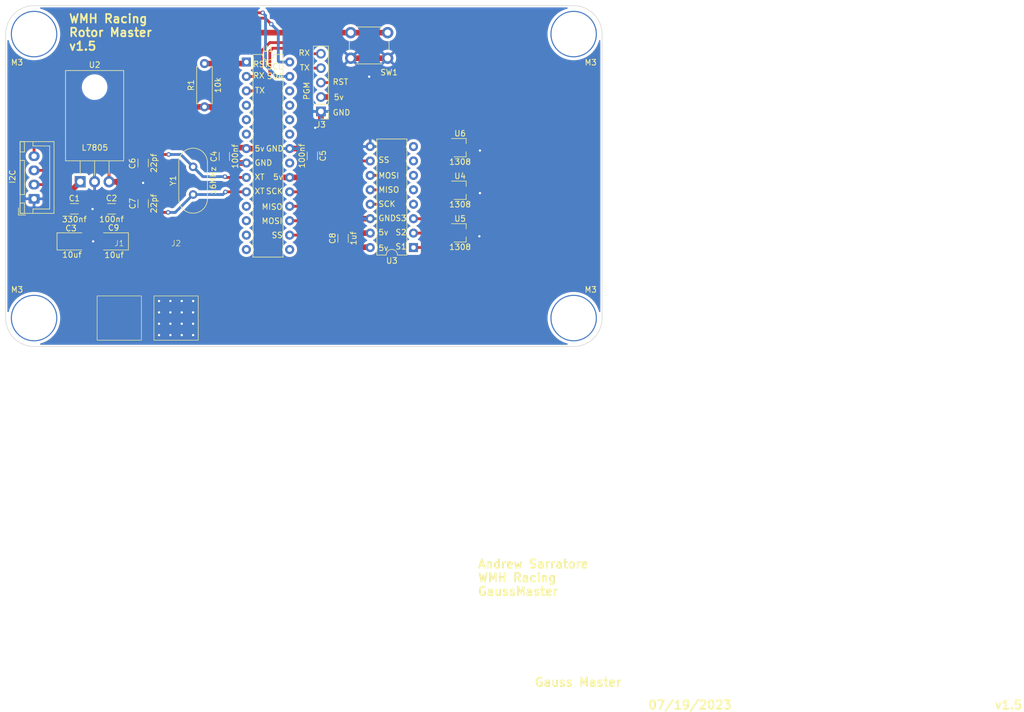
<source format=kicad_pcb>
(kicad_pcb (version 20221018) (generator pcbnew)
  (layers (0 "F.Cu" signal) (31 "B.Cu" signal) (34 "B.Paste" user) (35 "F.Paste" user) (36 "B.SilkS" user "B.Silkscreen") (37 "F.SilkS" user "F.Silkscreen") (38 "B.Mask" user) (39 "F.Mask" user) (44 "Edge.Cuts" user))
  (net 0 "")
  (net 1 "/+8.4v")
  (net 2 "GND")
  (net 3 "/+5v")
  (net 4 "/XTAL1")
  (net 5 "/XTAL2")
  (net 6 "/RX")
  (net 7 "/TX")
  (net 16 "/SS")
  (net 17 "/MOSI")
  (net 18 "/MISO")
  (net 19 "/SCK")
  (net 25 "Net-(U3-CH1)")
  (net 31 "/RESET")
  (net 32 "/SEN1")
  (net 33 "/SEN2")
  (net 34 "/SDA")
  (net 35 "/SCL")
  (footprint "Capacitor_SMD:C_1206_3216Metric_Pad1.33x1.80mm_HandSolder" (layer "F.Cu") (at 133.5 96.5375 90)
    (fp_text reference "C4" (at 0 -1.85 90) (layer "F.SilkS"))
    (fp_text value "100nf" (at 0 1.9 90) (layer "F.SilkS"))
    (fp_line (start -0.711252 -0.91) (end 0.711252 -0.91) (stroke (width 0.12)) (layer "F.SilkS"))
    (fp_line (start -0.711252 0.91) (end 0.711252 0.91) (stroke (width 0.12)) (layer "F.SilkS"))
    (pad "1" smd roundrect (at -1.5625 0 90) (size 1.325 1.8) (layers "F.Cu" "F.Paste" "F.Mask") (roundrect_rratio 0.1886792453) (net 2 "GND"))
    (pad "2" smd roundrect (at 1.5625 0 90) (size 1.325 1.8) (layers "F.Cu" "F.Paste" "F.Mask") (roundrect_rratio 0.1886792453) (net 3 "/+5v"))
  )
  (footprint "Connector_JST:JST_XH_B4B-XH-A_1x04_P2.50mm_Vertical" (layer "F.Cu") (at 100 104 90)
    (fp_text reference "J4")
    (fp_text value "I2C" (at 3.9 -3.8 90) (layer "F.SilkS"))
    (fp_line (start -2.85 -2.75) (end -2.85 -1.5) (stroke (width 0.12)) (layer "F.SilkS"))
    (fp_line (start -2.56 -2.46) (end -2.56 3.51) (stroke (width 0.12)) (layer "F.SilkS"))
    (fp_line (start -2.56 3.51) (end 10.06 3.51) (stroke (width 0.12)) (layer "F.SilkS"))
    (fp_line (start -2.55 -2.45) (end -2.55 -1.7) (stroke (width 0.12)) (layer "F.SilkS"))
    (fp_line (start -2.55 -1.7) (end -0.75 -1.7) (stroke (width 0.12)) (layer "F.SilkS"))
    (fp_line (start -2.55 -0.2) (end -1.8 -0.2) (stroke (width 0.12)) (layer "F.SilkS"))
    (fp_line (start -1.8 -0.2) (end -1.8 2.75) (stroke (width 0.12)) (layer "F.SilkS"))
    (fp_line (start -1.8 2.75) (end 3.75 2.75) (stroke (width 0.12)) (layer "F.SilkS"))
    (fp_line (start -1.6 -2.75) (end -2.85 -2.75) (stroke (width 0.12)) (layer "F.SilkS"))
    (fp_line (start -0.75 -2.45) (end -2.55 -2.45) (stroke (width 0.12)) (layer "F.SilkS"))
    (fp_line (start -0.75 -1.7) (end -0.75 -2.45) (stroke (width 0.12)) (layer "F.SilkS"))
    (fp_line (start 0.75 -2.45) (end 0.75 -1.7) (stroke (width 0.12)) (layer "F.SilkS"))
    (fp_line (start 0.75 -1.7) (end 6.75 -1.7) (stroke (width 0.12)) (layer "F.SilkS"))
    (fp_line (start 6.75 -2.45) (end 0.75 -2.45) (stroke (width 0.12)) (layer "F.SilkS"))
    (fp_line (start 6.75 -1.7) (end 6.75 -2.45) (stroke (width 0.12)) (layer "F.SilkS"))
    (fp_line (start 8.25 -2.45) (end 8.25 -1.7) (stroke (width 0.12)) (layer "F.SilkS"))
    (fp_line (start 8.25 -1.7) (end 10.05 -1.7) (stroke (width 0.12)) (layer "F.SilkS"))
    (fp_line (start 9.3 -0.2) (end 9.3 2.75) (stroke (width 0.12)) (layer "F.SilkS"))
    (fp_line (start 9.3 2.75) (end 3.75 2.75) (stroke (width 0.12)) (layer "F.SilkS"))
    (fp_line (start 10.05 -2.45) (end 8.25 -2.45) (stroke (width 0.12)) (layer "F.SilkS"))
    (fp_line (start 10.05 -1.7) (end 10.05 -2.45) (stroke (width 0.12)) (layer "F.SilkS"))
    (fp_line (start 10.05 -0.2) (end 9.3 -0.2) (stroke (width 0.12)) (layer "F.SilkS"))
    (fp_line (start 10.06 -2.46) (end -2.56 -2.46) (stroke (width 0.12)) (layer "F.SilkS"))
    (fp_line (start 10.06 3.51) (end 10.06 -2.46) (stroke (width 0.12)) (layer "F.SilkS"))
    (pad "1" thru_hole roundrect (at 0 0 90) (size 1.7 1.95) (drill 0.95) (layers "*.Cu" "*.Mask") (roundrect_rratio 0.1470588235) (net 2 "GND"))
    (pad "2" thru_hole oval (at 2.5 0 90) (size 1.7 1.95) (drill 0.95) (layers "*.Cu" "*.Mask") (net 3 "/+5v"))
    (pad "3" thru_hole oval (at 5 0 90) (size 1.7 1.95) (drill 0.95) (layers "*.Cu" "*.Mask") (net 35 "/SCL"))
    (pad "4" thru_hole oval (at 7.5 0 90) (size 1.7 1.95) (drill 0.95) (layers "*.Cu" "*.Mask") (net 34 "/SDA"))
  )
  (footprint "MountingHole:MountingHole_3.2mm_M3" (layer "F.Cu") (at 195 75)
    (fp_text reference "H3")
    (fp_text value "M3" (at 3 5) (layer "F.SilkS"))
    (pad "" np_thru_hole circle (at 0 0) (size 3.2 3.2) (drill 3.2) (layers "*.Cu" "*.Mask"))
  )
  (footprint "MountingHole:MountingHole_3.2mm_M3" (layer "F.Cu") (at 100 125)
    (fp_text reference "H2")
    (fp_text value "M3" (at -3 -5) (layer "F.SilkS"))
    (pad "" np_thru_hole circle (at 0 0) (size 3.2 3.2) (drill 3.2) (layers "*.Cu" "*.Mask"))
  )
  (footprint "Package_DIP:DIP-28_W7.62mm" (layer "F.Cu") (at 137.38 79.92)
    (fp_text reference "U1" (at 3.81 -2.33) (layer "F.SilkS"))
    (fp_text value "ATmega328P-P")
    (fp_line (start 1.16 -1.33) (end 1.16 34.35) (stroke (width 0.12)) (layer "F.SilkS"))
    (fp_line (start 1.16 34.35) (end 6.46 34.35) (stroke (width 0.12)) (layer "F.SilkS"))
    (fp_line (start 2.81 -1.33) (end 1.16 -1.33) (stroke (width 0.12)) (layer "F.SilkS"))
    (fp_line (start 6.46 -1.33) (end 4.81 -1.33) (stroke (width 0.12)) (layer "F.SilkS"))
    (fp_line (start 6.46 34.35) (end 6.46 -1.33) (stroke (width 0.12)) (layer "F.SilkS"))
    (fp_arc (start 4.81 -1.33) (mid 3.81 -0.33) (end 2.81 -1.33) (stroke (width 0.12)) (layer "F.SilkS"))
    (pad "1" thru_hole rect (at 0 0) (size 1.6 1.6) (drill 0.8) (layers "*.Cu" "*.Mask") (net 31 "/RESET"))
    (pad "2" thru_hole oval (at 0 2.54) (size 1.6 1.6) (drill 0.8) (layers "*.Cu" "*.Mask") (net 6 "/RX"))
    (pad "3" thru_hole oval (at 0 5.08) (size 1.6 1.6) (drill 0.8) (layers "*.Cu" "*.Mask") (net 7 "/TX"))
    (pad "4" thru_hole oval (at 0 7.62) (size 1.6 1.6) (drill 0.8) (layers "*.Cu" "*.Mask"))
    (pad "5" thru_hole oval (at 0 10.16) (size 1.6 1.6) (drill 0.8) (layers "*.Cu" "*.Mask"))
    (pad "6" thru_hole oval (at 0 12.7) (size 1.6 1.6) (drill 0.8) (layers "*.Cu" "*.Mask"))
    (pad "7" thru_hole oval (at 0 15.24) (size 1.6 1.6) (drill 0.8) (layers "*.Cu" "*.Mask") (net 3 "/+5v"))
    (pad "8" thru_hole oval (at 0 17.78) (size 1.6 1.6) (drill 0.8) (layers "*.Cu" "*.Mask") (net 2 "GND"))
    (pad "9" thru_hole oval (at 0 20.32) (size 1.6 1.6) (drill 0.8) (layers "*.Cu" "*.Mask") (net 4 "/XTAL1"))
    (pad "10" thru_hole oval (at 0 22.86) (size 1.6 1.6) (drill 0.8) (layers "*.Cu" "*.Mask") (net 5 "/XTAL2"))
    (pad "11" thru_hole oval (at 0 25.4) (size 1.6 1.6) (drill 0.8) (layers "*.Cu" "*.Mask"))
    (pad "12" thru_hole oval (at 0 27.94) (size 1.6 1.6) (drill 0.8) (layers "*.Cu" "*.Mask"))
    (pad "13" thru_hole oval (at 0 30.48) (size 1.6 1.6) (drill 0.8) (layers "*.Cu" "*.Mask"))
    (pad "14" thru_hole oval (at 0 33.02) (size 1.6 1.6) (drill 0.8) (layers "*.Cu" "*.Mask"))
    (pad "15" thru_hole oval (at 7.62 33.02) (size 1.6 1.6) (drill 0.8) (layers "*.Cu" "*.Mask"))
    (pad "16" thru_hole oval (at 7.62 30.48) (size 1.6 1.6) (drill 0.8) (layers "*.Cu" "*.Mask") (net 16 "/SS"))
    (pad "17" thru_hole oval (at 7.62 27.94) (size 1.6 1.6) (drill 0.8) (layers "*.Cu" "*.Mask") (net 17 "/MOSI"))
    (pad "18" thru_hole oval (at 7.62 25.4) (size 1.6 1.6) (drill 0.8) (layers "*.Cu" "*.Mask") (net 18 "/MISO"))
    (pad "19" thru_hole oval (at 7.62 22.86) (size 1.6 1.6) (drill 0.8) (layers "*.Cu" "*.Mask") (net 19 "/SCK"))
    (pad "20" thru_hole oval (at 7.62 20.32) (size 1.6 1.6) (drill 0.8) (layers "*.Cu" "*.Mask") (net 3 "/+5v"))
    (pad "21" thru_hole oval (at 7.62 17.78) (size 1.6 1.6) (drill 0.8) (layers "*.Cu" "*.Mask"))
    (pad "22" thru_hole oval (at 7.62 15.24) (size 1.6 1.6) (drill 0.8) (layers "*.Cu" "*.Mask") (net 2 "GND"))
    (pad "23" thru_hole oval (at 7.62 12.7) (size 1.6 1.6) (drill 0.8) (layers "*.Cu" "*.Mask"))
    (pad "24" thru_hole oval (at 7.62 10.16) (size 1.6 1.6) (drill 0.8) (layers "*.Cu" "*.Mask"))
    (pad "25" thru_hole oval (at 7.62 7.62) (size 1.6 1.6) (drill 0.8) (layers "*.Cu" "*.Mask"))
    (pad "26" thru_hole oval (at 7.62 5.08) (size 1.6 1.6) (drill 0.8) (layers "*.Cu" "*.Mask"))
    (pad "27" thru_hole oval (at 7.62 2.54) (size 1.6 1.6) (drill 0.8) (layers "*.Cu" "*.Mask") (net 34 "/SDA"))
    (pad "28" thru_hole oval (at 7.62 0) (size 1.6 1.6) (drill 0.8) (layers "*.Cu" "*.Mask") (net 35 "/SCL"))
  )
  (footprint "Button_Switch_THT:SW_PUSH_6mm_H7.3mm" (layer "F.Cu") (at 162.25 79.25 180)
    (fp_text reference "SW1" (at -0.25 -2.5) (layer "F.SilkS"))
    (fp_text value "SW_Push_Dual")
    (fp_line (start -0.25 1.5) (end -0.25 3) (stroke (width 0.12)) (layer "F.SilkS"))
    (fp_line (start 1 5.5) (end 5.5 5.5) (stroke (width 0.12)) (layer "F.SilkS"))
    (fp_line (start 5.5 -1) (end 1 -1) (stroke (width 0.12)) (layer "F.SilkS"))
    (fp_line (start 6.75 3) (end 6.75 1.5) (stroke (width 0.12)) (layer "F.SilkS"))
    (pad "1" thru_hole circle (at 0 0 270) (size 2 2) (drill 1.1) (layers "*.Cu" "*.Mask") (net 2 "GND"))
    (pad "1" thru_hole circle (at 6.5 0 270) (size 2 2) (drill 1.1) (layers "*.Cu" "*.Mask") (net 2 "GND"))
    (pad "2" thru_hole circle (at 0 4.5 270) (size 2 2) (drill 1.1) (layers "*.Cu" "*.Mask") (net 31 "/RESET"))
    (pad "2" thru_hole circle (at 6.5 4.5 270) (size 2 2) (drill 1.1) (layers "*.Cu" "*.Mask") (net 31 "/RESET"))
  )
  (footprint "SolderPad_THT:SolderPad_7.5x7.5" (layer "F.Cu") (at 125 125)
    (fp_text reference "J2" (at 0 -13.16 unlocked) (layer "F.SilkS") (effects (font (thickness 0.1))))
    (fp_text value "GND")
    (fp_rect (start -3.9 -3.9) (end 3.9 3.9) (stroke (width 0.1)) (fill none) (layer "F.SilkS"))
    (pad "1" smd rect (at 0 0) (size 7.5 7.5) (layers "F.Cu" "F.Paste" "F.Mask") (net 2 "GND"))
  )
  (footprint "Crystal:Crystal_HC49-4H_Vertical" (layer "F.Cu") (at 128 103.25 90)
    (fp_text reference "Y1" (at 2.44 -3.525 90) (layer "F.SilkS"))
    (fp_text value "16MHz" (at 2.44 3.525 90) (layer "F.SilkS"))
    (fp_line (start -0.76 -2.525) (end 5.64 -2.525) (stroke (width 0.12)) (layer "F.SilkS"))
    (fp_line (start -0.76 2.525) (end 5.64 2.525) (stroke (width 0.12)) (layer "F.SilkS"))
    (fp_arc (start -0.76 2.525) (mid -3.285 0) (end -0.76 -2.525) (stroke (width 0.12)) (layer "F.SilkS"))
    (fp_arc (start 5.64 -2.525) (mid 8.165 0) (end 5.64 2.525) (stroke (width 0.12)) (layer "F.SilkS"))
    (pad "1" thru_hole circle (at 0 0 90) (size 1.5 1.5) (drill 0.8) (layers "*.Cu" "*.Mask") (net 5 "/XTAL2"))
    (pad "2" thru_hole circle (at 4.88 0 90) (size 1.5 1.5) (drill 0.8) (layers "*.Cu" "*.Mask") (net 4 "/XTAL1"))
  )
  (footprint "Capacitor_SMD:C_1206_3216Metric_Pad1.33x1.80mm_HandSolder" (layer "F.Cu") (at 113.6375 105.77 180)
    (fp_text reference "C2" (at 0 1.87) (layer "F.SilkS"))
    (fp_text value "100nf" (at 0 -1.83) (layer "F.SilkS"))
    (fp_line (start -0.711252 -0.91) (end 0.711252 -0.91) (stroke (width 0.12)) (layer "F.SilkS"))
    (fp_line (start -0.711252 0.91) (end 0.711252 0.91) (stroke (width 0.12)) (layer "F.SilkS"))
    (pad "1" smd roundrect (at -1.5625 0 180) (size 1.325 1.8) (layers "F.Cu" "F.Paste" "F.Mask") (roundrect_rratio 0.1886792453) (net 3 "/+5v"))
    (pad "2" smd roundrect (at 1.5625 0 180) (size 1.325 1.8) (layers "F.Cu" "F.Paste" "F.Mask") (roundrect_rratio 0.1886792453) (net 2 "GND"))
  )
  (footprint "MountingHole:MountingHole_3.2mm_M3" (layer "F.Cu") (at 100 75)
    (fp_text reference "H1")
    (fp_text value "M3" (at -3 5) (layer "F.SilkS"))
    (pad "" np_thru_hole circle (at 0 0) (size 3.2 3.2) (drill 3.2) (layers "*.Cu" "*.Mask"))
  )
  (footprint "Capacitor_Tantalum_SMD:CP_EIA-3528-21_Kemet-B_Pad1.50x2.35mm_HandSolder" (layer "F.Cu") (at 106.675 111.5)
    (fp_text reference "C3" (at -0.175 -2.3) (layer "F.SilkS"))
    (fp_text value "10uf" (at 0 2.35) (layer "F.SilkS"))
    (fp_line (start -2.635 -1.51) (end -2.635 1.51) (stroke (width 0.12)) (layer "F.SilkS"))
    (fp_line (start -2.635 1.51) (end 1.75 1.51) (stroke (width 0.12)) (layer "F.SilkS"))
    (fp_line (start 1.75 -1.51) (end -2.635 -1.51) (stroke (width 0.12)) (layer "F.SilkS"))
    (pad "1" smd roundrect (at -1.625 0) (size 1.5 2.35) (layers "F.Cu" "F.Paste" "F.Mask") (roundrect_rratio 0.1666673333) (net 1 "/+8.4v"))
    (pad "2" smd roundrect (at 1.625 0) (size 1.5 2.35) (layers "F.Cu" "F.Paste" "F.Mask") (roundrect_rratio 0.1666673333) (net 2 "GND"))
  )
  (footprint "Package_TO_SOT_SMD:SOT-23W" (layer "F.Cu") (at 175 102.5)
    (fp_text reference "U4" (at 0 -2.5) (layer "F.SilkS"))
    (fp_text value "1308" (at 0 2.5) (layer "F.SilkS"))
    (fp_line (start -1.5 -1.61) (end 1.075 -1.61) (stroke (width 0.12)) (layer "F.SilkS"))
    (fp_line (start -1.075 1.61) (end 1.075 1.61) (stroke (width 0.12)) (layer "F.SilkS"))
    (fp_line (start 1.075 -1.61) (end 1.075 -0.7) (stroke (width 0.12)) (layer "F.SilkS"))
    (fp_line (start 1.075 0.7) (end 1.075 1.61) (stroke (width 0.12)) (layer "F.SilkS"))
    (pad "1" smd rect (at -1.2 -0.95) (size 1 0.7) (layers "F.Cu" "F.Paste" "F.Mask") (net 3 "/+5v"))
    (pad "2" smd rect (at -1.2 0.95) (size 1 0.7) (layers "F.Cu" "F.Paste" "F.Mask") (net 25 "Net-(U3-CH1)"))
    (pad "3" smd rect (at 1.2 0) (size 1 0.7) (layers "F.Cu" "F.Paste" "F.Mask") (net 2 "GND"))
  )
  (footprint "Capacitor_SMD:C_1206_3216Metric_Pad1.33x1.80mm_HandSolder" (layer "F.Cu") (at 154.4 110.9625 90)
    (fp_text reference "C8" (at 0 -1.85 90) (layer "F.SilkS"))
    (fp_text value "1uf" (at 0 1.85 90) (layer "F.SilkS"))
    (fp_line (start -0.711252 -0.91) (end 0.711252 -0.91) (stroke (width 0.12)) (layer "F.SilkS"))
    (fp_line (start -0.711252 0.91) (end 0.711252 0.91) (stroke (width 0.12)) (layer "F.SilkS"))
    (pad "1" smd roundrect (at -1.5625 0 90) (size 1.325 1.8) (layers "F.Cu" "F.Paste" "F.Mask") (roundrect_rratio 0.1886792453) (net 3 "/+5v"))
    (pad "2" smd roundrect (at 1.5625 0 90) (size 1.325 1.8) (layers "F.Cu" "F.Paste" "F.Mask") (roundrect_rratio 0.1886792453) (net 2 "GND"))
  )
  (footprint "Package_DIP:DIP-16_W7.62mm" (layer "F.Cu") (at 166.8 112.58 180)
    (fp_text reference "U3" (at 3.81 -2.33) (layer "F.SilkS"))
    (fp_text value "MCP3208")
    (fp_line (start 1.16 -1.33) (end 1.16 19.11) (stroke (width 0.12)) (layer "F.SilkS"))
    (fp_line (start 1.16 19.11) (end 6.46 19.11) (stroke (width 0.12)) (layer "F.SilkS"))
    (fp_line (start 2.81 -1.33) (end 1.16 -1.33) (stroke (width 0.12)) (layer "F.SilkS"))
    (fp_line (start 6.46 -1.33) (end 4.81 -1.33) (stroke (width 0.12)) (layer "F.SilkS"))
    (fp_line (start 6.46 19.11) (end 6.46 -1.33) (stroke (width 0.12)) (layer "F.SilkS"))
    (fp_arc (start 4.81 -1.33) (mid 3.81 -0.33) (end 2.81 -1.33) (stroke (width 0.12)) (layer "F.SilkS"))
    (pad "1" thru_hole rect (at 0 0 180) (size 1.6 1.6) (drill 0.8) (layers "*.Cu" "*.Mask") (net 32 "/SEN1"))
    (pad "2" thru_hole oval (at 0 2.54 180) (size 1.6 1.6) (drill 0.8) (layers "*.Cu" "*.Mask") (net 25 "Net-(U3-CH1)"))
    (pad "3" thru_hole oval (at 0 5.08 180) (size 1.6 1.6) (drill 0.8) (layers "*.Cu" "*.Mask") (net 33 "/SEN2"))
    (pad "4" thru_hole oval (at 0 7.62 180) (size 1.6 1.6) (drill 0.8) (layers "*.Cu" "*.Mask"))
    (pad "5" thru_hole oval (at 0 10.16 180) (size 1.6 1.6) (drill 0.8) (layers "*.Cu" "*.Mask"))
    (pad "6" thru_hole oval (at 0 12.7 180) (size 1.6 1.6) (drill 0.8) (layers "*.Cu" "*.Mask"))
    (pad "7" thru_hole oval (at 0 15.24 180) (size 1.6 1.6) (drill 0.8) (layers "*.Cu" "*.Mask"))
    (pad "8" thru_hole oval (at 0 17.78 180) (size 1.6 1.6) (drill 0.8) (layers "*.Cu" "*.Mask"))
    (pad "9" thru_hole oval (at 7.62 17.78 180) (size 1.6 1.6) (drill 0.8) (layers "*.Cu" "*.Mask") (net 2 "GND"))
    (pad "10" thru_hole oval (at 7.62 15.24 180) (size 1.6 1.6) (drill 0.8) (layers "*.Cu" "*.Mask") (net 16 "/SS"))
    (pad "11" thru_hole oval (at 7.62 12.7 180) (size 1.6 1.6) (drill 0.8) (layers "*.Cu" "*.Mask") (net 17 "/MOSI"))
    (pad "12" thru_hole oval (at 7.62 10.16 180) (size 1.6 1.6) (drill 0.8) (layers "*.Cu" "*.Mask") (net 18 "/MISO"))
    (pad "13" thru_hole oval (at 7.62 7.62 180) (size 1.6 1.6) (drill 0.8) (layers "*.Cu" "*.Mask") (net 19 "/SCK"))
    (pad "14" thru_hole oval (at 7.62 5.08 180) (size 1.6 1.6) (drill 0.8) (layers "*.Cu" "*.Mask") (net 2 "GND"))
    (pad "15" thru_hole oval (at 7.62 2.54 180) (size 1.6 1.6) (drill 0.8) (layers "*.Cu" "*.Mask") (net 3 "/+5v"))
    (pad "16" thru_hole oval (at 7.62 0 180) (size 1.6 1.6) (drill 0.8) (layers "*.Cu" "*.Mask") (net 3 "/+5v"))
  )
  (footprint "Package_TO_SOT_SMD:SOT-23W" (layer "F.Cu") (at 175 110)
    (fp_text reference "U5" (at 0 -2.5) (layer "F.SilkS"))
    (fp_text value "1308" (at 0 2.5) (layer "F.SilkS"))
    (fp_line (start -1.5 -1.61) (end 1.075 -1.61) (stroke (width 0.12)) (layer "F.SilkS"))
    (fp_line (start -1.075 1.61) (end 1.075 1.61) (stroke (width 0.12)) (layer "F.SilkS"))
    (fp_line (start 1.075 -1.61) (end 1.075 -0.7) (stroke (width 0.12)) (layer "F.SilkS"))
    (fp_line (start 1.075 0.7) (end 1.075 1.61) (stroke (width 0.12)) (layer "F.SilkS"))
    (pad "1" smd rect (at -1.2 -0.95) (size 1 0.7) (layers "F.Cu" "F.Paste" "F.Mask") (net 3 "/+5v"))
    (pad "2" smd rect (at -1.2 0.95) (size 1 0.7) (layers "F.Cu" "F.Paste" "F.Mask") (net 32 "/SEN1"))
    (pad "3" smd rect (at 1.2 0) (size 1 0.7) (layers "F.Cu" "F.Paste" "F.Mask") (net 2 "GND"))
  )
  (footprint "Capacitor_SMD:C_1206_3216Metric_Pad1.33x1.80mm_HandSolder" (layer "F.Cu") (at 119.2 104.8375 90)
    (fp_text reference "C7" (at 0 -1.85 90) (layer "F.SilkS"))
    (fp_text value "22pf" (at 0 1.9 90) (layer "F.SilkS"))
    (fp_line (start -0.711252 -0.91) (end 0.711252 -0.91) (stroke (width 0.12)) (layer "F.SilkS"))
    (fp_line (start -0.711252 0.91) (end 0.711252 0.91) (stroke (width 0.12)) (layer "F.SilkS"))
    (pad "1" smd roundrect (at -1.5625 0 90) (size 1.325 1.8) (layers "F.Cu" "F.Paste" "F.Mask") (roundrect_rratio 0.1886792453) (net 5 "/XTAL2"))
    (pad "2" smd roundrect (at 1.5625 0 90) (size 1.325 1.8) (layers "F.Cu" "F.Paste" "F.Mask") (roundrect_rratio 0.1886792453) (net 2 "GND"))
  )
  (footprint "Capacitor_SMD:C_1206_3216Metric_Pad1.33x1.80mm_HandSolder" (layer "F.Cu") (at 119.2 97.7125 -90)
    (fp_text reference "C6" (at 0.0625 1.9 90) (layer "F.SilkS"))
    (fp_text value "22pf" (at 0 -1.9 90) (layer "F.SilkS"))
    (fp_line (start -0.711252 -0.91) (end 0.711252 -0.91) (stroke (width 0.12)) (layer "F.SilkS"))
    (fp_line (start -0.711252 0.91) (end 0.711252 0.91) (stroke (width 0.12)) (layer "F.SilkS"))
    (pad "1" smd roundrect (at -1.5625 0 270) (size 1.325 1.8) (layers "F.Cu" "F.Paste" "F.Mask") (roundrect_rratio 0.1886792453) (net 4 "/XTAL1"))
    (pad "2" smd roundrect (at 1.5625 0 270) (size 1.325 1.8) (layers "F.Cu" "F.Paste" "F.Mask") (roundrect_rratio 0.1886792453) (net 2 "GND"))
  )
  (footprint "Capacitor_Tantalum_SMD:CP_EIA-3528-21_Kemet-B_Pad1.50x2.35mm_HandSolder" (layer "F.Cu") (at 113.975 111.5 180)
    (fp_text reference "C9" (at -0.025 2.4) (layer "F.SilkS"))
    (fp_text value "10uf" (at -0.125 -2.4) (layer "F.SilkS"))
    (fp_line (start -2.635 -1.51) (end -2.635 1.51) (stroke (width 0.12)) (layer "F.SilkS"))
    (fp_line (start -2.635 1.51) (end 1.75 1.51) (stroke (width 0.12)) (layer "F.SilkS"))
    (fp_line (start 1.75 -1.51) (end -2.635 -1.51) (stroke (width 0.12)) (layer "F.SilkS"))
    (pad "1" smd roundrect (at -1.625 0 180) (size 1.5 2.35) (layers "F.Cu" "F.Paste" "F.Mask") (roundrect_rratio 0.1666673333) (net 3 "/+5v"))
    (pad "2" smd roundrect (at 1.625 0 180) (size 1.5 2.35) (layers "F.Cu" "F.Paste" "F.Mask") (roundrect_rratio 0.1666673333) (net 2 "GND"))
  )
  (footprint "SolderPad_THT:SolderPad_7.5x7.5" (layer "F.Cu") (at 115 125)
    (fp_text reference "J1" (at 0 -13.16 unlocked) (layer "F.SilkS") (effects (font (thickness 0.1))))
    (fp_text value "POS")
    (fp_rect (start -3.9 -3.9) (end 3.9 3.9) (stroke (width 0.1)) (fill none) (layer "F.SilkS"))
    (pad "1" smd rect (at 0 0) (size 7.5 7.5) (layers "F.Cu" "F.Paste" "F.Mask") (net 1 "/+8.4v"))
  )
  (footprint "Package_TO_SOT_THT:TO-220-3_Horizontal_TabDown" (layer "F.Cu") (at 108.12 101)
    (fp_text reference "U2" (at 2.54 -20.58) (layer "F.SilkS"))
    (fp_text value "L7805" (at 2.58 -6) (layer "F.SilkS"))
    (fp_line (start -2.58 -19.58) (end -2.58 -3.69) (stroke (width 0.12)) (layer "F.SilkS"))
    (fp_line (start -2.58 -19.58) (end 7.66 -19.58) (stroke (width 0.12)) (layer "F.SilkS"))
    (fp_line (start -2.58 -3.69) (end 7.66 -3.69) (stroke (width 0.12)) (layer "F.SilkS"))
    (fp_line (start 0 -3.69) (end 0 -1.15) (stroke (width 0.12)) (layer "F.SilkS"))
    (fp_line (start 2.54 -3.69) (end 2.54 -1.15) (stroke (width 0.12)) (layer "F.SilkS"))
    (fp_line (start 5.08 -3.69) (end 5.08 -1.15) (stroke (width 0.12)) (layer "F.SilkS"))
    (fp_line (start 7.66 -19.58) (end 7.66 -3.69) (stroke (width 0.12)) (layer "F.SilkS"))
    (pad "" np_thru_hole oval (at 2.54 -16.66) (size 3.5 3.5) (drill 3.5) (layers "*.Cu" "*.Mask"))
    (pad "1" thru_hole rect (at 0 0) (size 1.905 2) (drill 1.1) (layers "*.Cu" "*.Mask") (net 1 "/+8.4v"))
    (pad "2" thru_hole oval (at 2.54 0) (size 1.905 2) (drill 1.1) (layers "*.Cu" "*.Mask") (net 2 "GND"))
    (pad "3" thru_hole oval (at 5.08 0) (size 1.905 2) (drill 1.1) (layers "*.Cu" "*.Mask") (net 3 "/+5v"))
  )
  (footprint "Package_TO_SOT_SMD:SOT-23W" (layer "F.Cu") (at 175 95)
    (fp_text reference "U6" (at 0 -2.5) (layer "F.SilkS"))
    (fp_text value "1308" (at 0 2.5) (layer "F.SilkS"))
    (fp_line (start -1.5 -1.61) (end 1.075 -1.61) (stroke (width 0.12)) (layer "F.SilkS"))
    (fp_line (start -1.075 1.61) (end 1.075 1.61) (stroke (width 0.12)) (layer "F.SilkS"))
    (fp_line (start 1.075 -1.61) (end 1.075 -0.7) (stroke (width 0.12)) (layer "F.SilkS"))
    (fp_line (start 1.075 0.7) (end 1.075 1.61) (stroke (width 0.12)) (layer "F.SilkS"))
    (pad "1" smd rect (at -1.2 -0.95) (size 1 0.7) (layers "F.Cu" "F.Paste" "F.Mask") (net 3 "/+5v"))
    (pad "2" smd rect (at -1.2 0.95) (size 1 0.7) (layers "F.Cu" "F.Paste" "F.Mask") (net 33 "/SEN2"))
    (pad "3" smd rect (at 1.2 0) (size 1 0.7) (layers "F.Cu" "F.Paste" "F.Mask") (net 2 "GND"))
  )
  (footprint "Capacitor_SMD:C_1206_3216Metric_Pad1.33x1.80mm_HandSolder" (layer "F.Cu") (at 149 96.4375 -90)
    (fp_text reference "C5" (at 0 -1.85 90) (layer "F.SilkS"))
    (fp_text value "100nf" (at 0 1.85 90) (layer "F.SilkS"))
    (fp_line (start -0.711252 -0.91) (end 0.711252 -0.91) (stroke (width 0.12)) (layer "F.SilkS"))
    (fp_line (start -0.711252 0.91) (end 0.711252 0.91) (stroke (width 0.12)) (layer "F.SilkS"))
    (pad "1" smd roundrect (at -1.5625 0 270) (size 1.325 1.8) (layers "F.Cu" "F.Paste" "F.Mask") (roundrect_rratio 0.1886792453) (net 2 "GND"))
    (pad "2" smd roundrect (at 1.5625 0 270) (size 1.325 1.8) (layers "F.Cu" "F.Paste" "F.Mask") (roundrect_rratio 0.1886792453) (net 3 "/+5v"))
  )
  (footprint "Capacitor_SMD:C_1206_3216Metric_Pad1.33x1.80mm_HandSolder" (layer "F.Cu") (at 107.0975 105.77)
    (fp_text reference "C1" (at 0 -1.85) (layer "F.SilkS"))
    (fp_text value "330nf" (at 0 1.85) (layer "F.SilkS"))
    (fp_line (start -0.711252 -0.91) (end 0.711252 -0.91) (stroke (width 0.12)) (layer "F.SilkS"))
    (fp_line (start -0.711252 0.91) (end 0.711252 0.91) (stroke (width 0.12)) (layer "F.SilkS"))
    (pad "1" smd roundrect (at -1.5625 0) (size 1.325 1.8) (layers "F.Cu" "F.Paste" "F.Mask") (roundrect_rratio 0.1886792453) (net 1 "/+8.4v"))
    (pad "2" smd roundrect (at 1.5625 0) (size 1.325 1.8) (layers "F.Cu" "F.Paste" "F.Mask") (roundrect_rratio 0.1886792453) (net 2 "GND"))
  )
  (footprint "Connector_PinHeader_2.54mm:PinHeader_1x05_P2.54mm_Vertical" (layer "F.Cu") (at 150.5 88.62 180)
    (fp_text reference "J3" (at 0 -2.33) (layer "F.SilkS"))
    (fp_text value "PGM" (at 2.5 3.62 90) (layer "F.SilkS"))
    (fp_line (start -1.33 -1.33) (end 0 -1.33) (stroke (width 0.12)) (layer "F.SilkS"))
    (fp_line (start -1.33 0) (end -1.33 -1.33) (stroke (width 0.12)) (layer "F.SilkS"))
    (fp_line (start -1.33 1.27) (end -1.33 11.49) (stroke (width 0.12)) (layer "F.SilkS"))
    (fp_line (start -1.33 1.27) (end 1.33 1.27) (stroke (width 0.12)) (layer "F.SilkS"))
    (fp_line (start -1.33 11.49) (end 1.33 11.49) (stroke (width 0.12)) (layer "F.SilkS"))
    (fp_line (start 1.33 1.27) (end 1.33 11.49) (stroke (width 0.12)) (layer "F.SilkS"))
    (pad "1" thru_hole rect (at 0 0 180) (size 1.7 1.7) (drill 1) (layers "*.Cu" "*.Mask") (net 2 "GND"))
    (pad "2" thru_hole oval (at 0 2.54 180) (size 1.7 1.7) (drill 1) (layers "*.Cu" "*.Mask") (net 3 "/+5v"))
    (pad "3" thru_hole oval (at 0 5.08 180) (size 1.7 1.7) (drill 1) (layers "*.Cu" "*.Mask") (net 31 "/RESET"))
    (pad "4" thru_hole oval (at 0 7.62 180) (size 1.7 1.7) (drill 1) (layers "*.Cu" "*.Mask") (net 7 "/TX"))
    (pad "5" thru_hole oval (at 0 10.16 180) (size 1.7 1.7) (drill 1) (layers "*.Cu" "*.Mask") (net 6 "/RX"))
  )
  (footprint "Resistor_THT:R_Axial_DIN0207_L6.3mm_D2.5mm_P7.62mm_Horizontal" (layer "F.Cu") (at 130 87.81 90)
    (fp_text reference "R1" (at 3.81 -2.37 90) (layer "F.SilkS"))
    (fp_text value "10k" (at 3.81 2.37 90) (layer "F.SilkS"))
    (fp_line (start 0.54 -1.37) (end 7.08 -1.37) (stroke (width 0.12)) (layer "F.SilkS"))
    (fp_line (start 0.54 -1.04) (end 0.54 -1.37) (stroke (width 0.12)) (layer "F.SilkS"))
    (fp_line (start 0.54 1.04) (end 0.54 1.37) (stroke (width 0.12)) (layer "F.SilkS"))
    (fp_line (start 0.54 1.37) (end 7.08 1.37) (stroke (width 0.12)) (layer "F.SilkS"))
    (fp_line (start 7.08 -1.37) (end 7.08 -1.04) (stroke (width 0.12)) (layer "F.SilkS"))
    (fp_line (start 7.08 1.37) (end 7.08 1.04) (stroke (width 0.12)) (layer "F.SilkS"))
    (pad "1" thru_hole circle (at 0 0 90) (size 1.6 1.6) (drill 0.8) (layers "*.Cu" "*.Mask") (net 3 "/+5v"))
    (pad "2" thru_hole oval (at 7.62 0 90) (size 1.6 1.6) (drill 0.8) (layers "*.Cu" "*.Mask") (net 31 "/RESET"))
  )
  (footprint "MountingHole:MountingHole_3.2mm_M3" (layer "F.Cu") (at 195 125)
    (fp_text reference "H4")
    (fp_text value "M3" (at 3 -5) (layer "F.SilkS"))
    (pad "" np_thru_hole circle (at 0 0) (size 3.2 3.2) (drill 3.2) (layers "*.Cu" "*.Mask"))
  )
  (gr_circle (center 100 125) (end 104 125) (stroke (width 0.2)) (fill none) (layer "B.Cu"))
  (gr_circle (center 195 75) (end 191 75) (stroke (width 0.2)) (fill none) (layer "B.Cu"))
  (gr_circle (center 100 75) (end 104 75) (stroke (width 0.2)) (fill none) (layer "B.Cu"))
  (gr_circle (center 195 125) (end 191 125) (stroke (width 0.2)) (fill none) (layer "B.Cu"))
  (gr_arc (start 195 70) (mid 198.535534 71.464466) (end 200 75) (stroke (width 0.1)) (layer "Edge.Cuts"))
  (gr_line (start 100 70) (end 195 70) (stroke (width 0.1)) (layer "Edge.Cuts"))
  (gr_arc (start 100 130) (mid 96.464466 128.535534) (end 95 125) (stroke (width 0.1)) (layer "Edge.Cuts"))
  (gr_arc (start 95 75) (mid 96.464466 71.464466) (end 100 70) (stroke (width 0.1)) (layer "Edge.Cuts"))
  (gr_line (start 95 125) (end 95 75) (stroke (width 0.1)) (layer "Edge.Cuts"))
  (gr_line (start 195 130) (end 100 130) (stroke (width 0.1)) (layer "Edge.Cuts"))
  (gr_line (start 200 75) (end 200 125) (stroke (width 0.1)) (layer "Edge.Cuts"))
  (gr_arc (start 200 125) (mid 198.535534 128.535534) (end 195 130) (stroke (width 0.1)) (layer "Edge.Cuts"))
  (gr_text "GND" (at 138.75 98.25) (layer "F.SilkS") (effects (font (size 1 1)) (justify left bottom)))
  (gr_text "RST" (at 138.5 80.9) (layer "F.SilkS") (effects (font (size 1 1)) (justify left bottom)))
  (gr_text "GND" (at 152.5 89.4) (layer "F.SilkS") (effects (font (size 1 1)) (justify left bottom)))
  (gr_text "MOSI" (at 160.55 100.5) (layer "F.SilkS") (effects (font (size 1 1)) (justify left bottom)))
  (gr_text "RX" (at 138.5 82.9) (layer "F.SilkS") (effects (font (size 1 1)) (justify left bottom)))
  (gr_text "SS" (at 160.55 97.75) (layer "F.SilkS") (effects (font (size 1 1)) (justify left bottom)))
  (gr_text "XT" (at 138.75 103.25) (layer "F.SilkS") (effects (font (size 1 1)) (justify left bottom)))
  (gr_text "Gauss Master" (at 188 190) (layer "F.SilkS") (effects (font (size 1.5 1.5) (thickness 0.3) bold) (justify left bottom)))
  (gr_text "WMH Racing\nRotor Master\nv1.5" (at 106 78) (layer "F.SilkS") (effects (font (size 1.5 1.5) (thickness 0.3) bold) (justify left bottom)))
  (gr_text "SCK" (at 140.75 103.25) (layer "F.SilkS") (effects (font (size 1 1)) (justify left bottom)))
  (gr_text "RST" (at 152.5 84) (layer "F.SilkS") (effects (font (size 1 1)) (justify left bottom)))
  (gr_text "SDA" (at 140.9 83) (layer "F.SilkS") (effects (font (size 1 1)) (justify left bottom)))
  (gr_text "07/19/2023" (at 208 194) (layer "F.SilkS") (effects (font (size 1.5 1.5) (thickness 0.3) bold) (justify left bottom)))
  (gr_text "5v" (at 160.55 113.25) (layer "F.SilkS") (effects (font (size 1 1)) (justify left bottom)))
  (gr_text "TX" (at 138.8 85.5) (layer "F.SilkS") (effects (font (size 1 1)) (justify left bottom)))
  (gr_text "MISO" (at 160.55 103) (layer "F.SilkS") (effects (font (size 1 1)) (justify left bottom)))
  (gr_text "S2" (at 163.55 110.5) (layer "F.SilkS") (effects (font (size 1 1)) (justify left bottom)))
  (gr_text "RX" (at 146.5 78.9) (layer "F.SilkS") (effects (font (size 1 1)) (justify left bottom)))
  (gr_text "SCL" (at 140.9 81.3) (layer "F.SilkS") (effects (font (size 1 1)) (justify left bottom)))
  (gr_text "MOSI" (at 140 108.5) (layer "F.SilkS") (effects (font (size 1 1)) (justify left bottom)))
  (gr_text "Andrew Sarratore\nWMH Racing\nGaussMaster" (at 178 174) (layer "F.SilkS") (effects (font (size 1.5 1.5) (thickness 0.3) bold) (justify left bottom)))
  (gr_text "SCK" (at 160.55 105.5) (layer "F.SilkS") (effects (font (size 1 1)) (justify left bottom)))
  (gr_text "5v" (at 160.55 110.5) (layer "F.SilkS") (effects (font (size 1 1)) (justify left bottom)))
  (gr_text "5v" (at 152.7 86.7) (layer "F.SilkS") (effects (font (size 1 1)) (justify left bottom)))
  (gr_text "TX" (at 146.7 81.5) (layer "F.SilkS") (effects (font (size 1 1)) (justify left bottom)))
  (gr_text "MISO" (at 140 106) (layer "F.SilkS") (effects (font (size 1 1)) (justify left bottom)))
  (gr_text "S1" (at 163.55 113) (layer "F.SilkS") (effects (font (size 1 1)) (justify left bottom)))
  (gr_text "GND" (at 160.55 108) (layer "F.SilkS") (effects (font (size 1 1)) (justify left bottom)))
  (gr_text "XT" (at 138.75 100.75) (layer "F.SilkS") (effects (font (size 1 1)) (justify left bottom)))
  (gr_text "5v" (at 138.75 95.75) (layer "F.SilkS") (effects (font (size 1 1)) (justify left bottom)))
  (gr_text "GND" (at 140.75 95.75) (layer "F.SilkS") (effects (font (size 1 1)) (justify left bottom)))
  (gr_text "v1.5" (at 269 194) (layer "F.SilkS") (effects (font (size 1.5 1.5) (thickness 0.3) bold) (justify left bottom)))
  (gr_text "SS" (at 141.75 111) (layer "F.SilkS") (effects (font (size 1 1)) (justify left bottom)))
  (gr_text "5v" (at 142 100.75) (layer "F.SilkS") (effects (font (size 1 1)) (justify left bottom)))
  (gr_text "S3" (at 163.55 108) (layer "F.SilkS") (effects (font (size 1 1)) (justify left bottom)))
  (segment (start 105.05 120.05) (end 110 125) (width 1) (layer "F.Cu") (net 1))
  (segment (start 105.535 103.585) (end 108.12 101) (width 1) (layer "F.Cu") (net 1))
  (segment (start 105.535 105.77) (end 105.535 103.585) (width 1) (layer "F.Cu") (net 1))
  (segment (start 105.05 108.85) (end 105.535 108.365) (width 1) (layer "F.Cu") (net 1))
  (segment (start 105.05 111.5) (end 105.05 120.05) (width 1) (layer "F.Cu") (net 1))
  (segment (start 105.05 111.5) (end 105.05 108.85) (width 1) (layer "F.Cu") (net 1))
  (segment (start 105.535 108.365) (end 105.535 105.77) (width 1) (layer "F.Cu") (net 1))
  (segment (start 110 125) (end 115 125) (width 1) (layer "F.Cu") (net 1))
  (segment (start 133.9 97.7) (end 133.5 98.1) (width 1) (layer "F.Cu") (net 2))
  (segment (start 150.5 88.62) (end 150.5 90.5) (width 1) (layer "F.Cu") (net 2))
  (segment (start 123.5 119.5) (end 125 121) (width 1) (layer "F.Cu") (net 2))
  (segment (start 178 102.5) (end 178.5 103) (width 1) (layer "F.Cu") (net 2))
  (segment (start 156.3 107.5) (end 159.18 107.5) (width 1) (layer "F.Cu") (net 2))
  (segment (start 159 79.25) (end 159 82.5) (width 1) (layer "F.Cu") (net 2))
  (segment (start 112.35 113.85) (end 118 119.5) (width 1) (layer "F.Cu") (net 2))
  (segment (start 148.715 95.16) (end 149 94.875) (width 1) (layer "F.Cu") (net 2))
  (segment (start 118 119.5) (end 123.5 119.5) (width 1) (layer "F.Cu") (net 2))
  (segment (start 154.4 109.4) (end 156.3 107.5) (width 1) (layer "F.Cu") (net 2))
  (segment (start 155.75 79.25) (end 159 79.25) (width 1) (layer "F.Cu") (net 2))
  (segment (start 137.38 97.7) (end 133.9 97.7) (width 1) (layer "F.Cu") (net 2))
  (segment (start 119.2 101.2) (end 119.2 103.275) (width 0.5) (layer "F.Cu") (net 2))
  (segment (start 176.2 110) (end 177.8 110) (width 1) (layer "F.Cu") (net 2))
  (segment (start 176.2 95) (end 178 95) (width 1) (layer "F.Cu") (net 2))
  (segment (start 108.3 111.5) (end 110.4 111.5) (width 1) (layer "F.Cu") (net 2))
  (segment (start 176.2 102.5) (end 178 102.5) (width 1) (layer "F.Cu") (net 2))
  (segment (start 125 121) (end 125 125) (width 1) (layer "F.Cu") (net 2))
  (segment (start 150.5 90.5) (end 149.5 91.5) (width 1) (layer "F.Cu") (net 2))
  (segment (start 178 95) (end 178.5 95.5) (width 1) (layer "F.Cu") (net 2))
  (segment (start 112.35 111.5) (end 112.35 113.85) (width 1) (layer "F.Cu") (net 2))
  (segment (start 159 79.25) (end 162.25 79.25) (width 1) (layer "F.Cu") (net 2))
  (segment (start 110.4 111.5) (end 112.35 111.5) (width 1) (layer "F.Cu") (net 2))
  (segment (start 110.37 105.77) (end 112.075 105.77) (width 1) (layer "F.Cu") (net 2))
  (segment (start 177.8 110) (end 178.4 110.6) (width 1) (layer "F.Cu") (net 2))
  (segment (start 145 95.16) (end 148.715 95.16) (width 1) (layer "F.Cu") (net 2))
  (segment (start 119.2 99.275) (end 119.2 101.2) (width 0.5) (layer "F.Cu") (net 2))
  (segment (start 108.66 105.77) (end 110.23 105.77) (width 1) (layer "F.Cu") (net 2))
  (via (at 126 124) (size 0.8) (drill 0.4) (layers "F.Cu" "B.Cu") (net 2))
  (via (at 110.4 111.5) (size 0.8) (drill 0.4) (layers "F.Cu" "B.Cu") (net 2))
  (via (at 124 124) (size 0.8) (drill 0.4) (layers "F.Cu" "B.Cu") (net 2))
  (via (at 122 122) (size 0.8) (drill 0.4) (layers "F.Cu" "B.Cu") (net 2))
  (via (at 178.5 103) (size 0.8) (drill 0.4) (layers "F.Cu" "B.Cu") (net 2))
  (via (at 122 128) (size 0.8) (drill 0.4) (layers "F.Cu" "B.Cu") (net 2))
  (via (at 159 82.5) (size 0.8) (drill 0.4) (layers "F.Cu" "B.Cu") (net 2))
  (via (at 126 126) (size 0.8) (drill 0.4) (layers "F.Cu" "B.Cu") (net 2))
  (via (at 122 126) (size 0.8) (drill 0.4) (layers "F.Cu" "B.Cu") (net 2))
  (via (at 128 128) (size 0.8) (drill 0.4) (layers "F.Cu" "B.Cu") (net 2))
  (via (at 119.2 101.2) (size 0.8) (drill 0.4) (layers "F.Cu" "B.Cu") (net 2))
  (via (at 124 126) (size 0.8) (drill 0.4) (layers "F.Cu" "B.Cu") (net 2))
  (via (at 126 128) (size 0.8) (drill 0.4) (layers "F.Cu" "B.Cu") (net 2))
  (via (at 128 124) (size 0.8) (drill 0.4) (layers "F.Cu" "B.Cu") (net 2))
  (via (at 128 126) (size 0.8) (drill 0.4) (layers "F.Cu" "B.Cu") (net 2))
  (via (at 128 122) (size 0.8) (drill 0.4) (layers "F.Cu" "B.Cu") (net 2))
  (via (at 149.5 91.5) (size 0.8) (drill 0.4) (layers "F.Cu" "B.Cu") (net 2))
  (via (at 178.5 95.5) (size 0.8) (drill 0.4) (layers "F.Cu" "B.Cu") (net 2))
  (via (at 126 122) (size 0.8) (drill 0.4) (layers "F.Cu" "B.Cu") (net 2))
  (via (at 124 122) (size 0.8) (drill 0.4) (layers "F.Cu" "B.Cu") (net 2))
  (via (at 178.4 110.6) (size 0.8) (drill 0.4) (layers "F.Cu" "B.Cu") (net 2))
  (via (at 124 128) (size 0.8) (drill 0.4) (layers "F.Cu" "B.Cu") (net 2))
  (via (at 110.3 105.8) (size 0.8) (drill 0.4) (layers "F.Cu" "B.Cu") (net 2))
  (via (at 122 124) (size 0.8) (drill 0.4) (layers "F.Cu" "B.Cu") (net 2))
  (segment (start 152.08 86.08) (end 150.5 86.08) (width 1) (layer "F.Cu") (net 3))
  (segment (start 154.4 117) (end 154.4 117.4) (width 1) (layer "F.Cu") (net 3))
  (segment (start 133.5 90.2) (end 131.11 87.81) (width 1) (layer "F.Cu") (net 3))
  (segment (start 153 98.5) (end 153 87) (width 1) (layer "F.Cu") (net 3))
  (segment (start 148.16 100.24) (end 149 99.4) (width 1) (layer "F.Cu") (net 3))
  (segment (start 182.6 93.1) (end 180.2 90.7) (width 1) (layer "F.Cu") (net 3))
  (segment (start 182.6 112.3) (end 182.6 107.4) (width 1) (layer "F.Cu") (net 3))
  (segment (start 130 87.81) (end 120 87.81) (width 1) (layer "F.Cu") (net 3))
  (segment (start 153.4 118) (end 154.4 117) (width 1) (layer "F.Cu") (net 3))
  (segment (start 115.6 111.5) (end 115.6 108.8) (width 1) (layer "F.Cu") (net 3))
  (segment (start 153 87) (end 152.08 86.08) (width 1) (layer "F.Cu") (net 3))
  (segment (start 175.1 99.3) (end 181.3 99.3) (width 1) (layer "F.Cu") (net 3))
  (segment (start 115.2 105.77) (end 115.2 102) (width 1) (layer "F.Cu") (net 3))
  (segment (start 117.25 90.56) (end 117.25 98.75) (width 1) (layer "F.Cu") (net 3))
  (segment (start 115.2 102) (end 115.2 101.2) (width 1) (layer "F.Cu") (net 3))
  (segment (start 143.74 100.24) (end 145 100.24) (width 1) (layer "F.Cu") (net 3))
  (segment (start 134 95) (end 137.22 95) (width 1) (layer "F.Cu") (net 3))
  (segment (start 175.6 106.4) (end 181.6 106.4) (width 1) (layer "F.Cu") (net 3))
  (segment (start 173.8 100.6) (end 175.1 99.3) (width 1) (layer "F.Cu") (net 3))
  (segment (start 182.6 99) (end 182.6 98.1) (width 1) (layer "F.Cu") (net 3))
  (segment (start 121.5 111.5) (end 128 118) (width 1) (layer "F.Cu") (net 3))
  (segment (start 157.86 110.04) (end 157.3 110.6) (width 1) (layer "F.Cu") (net 3))
  (segment (start 181.3 99.3) (end 182.3 99.3) (width 1) (layer "F.Cu") (net 3))
  (segment (start 137.22 95) (end 137.38 95.16) (width 1) (layer "F.Cu") (net 3))
  (segment (start 181.6 106.4) (end 182.6 106.4) (width 1) (layer "F.Cu") (net 3))
  (segment (start 173.8 108.2) (end 175.6 106.4) (width 1) (layer "F.Cu") (net 3))
  (segment (start 159.125 112.525) (end 159.18 112.58) (width 1) (layer "F.Cu") (net 3))
  (segment (start 154.4 112.525) (end 157.3 112.525) (width 1) (layer "F.Cu") (net 3))
  (segment (start 105.5 98) (end 112 98) (width 0.5) (layer "F.Cu") (net 3))
  (segment (start 120 87.81) (end 117.25 90.56) (width 1) (layer "F.Cu") (net 3))
  (segment (start 182.6 98.1) (end 181.4 99.3) (width 1) (layer "F.Cu") (net 3))
  (segment (start 115 101) (end 113.2 101) (width 1) (layer "F.Cu") (net 3))
  (segment (start 173.8 109.05) (end 173.8 108.2) (width 1) (layer "F.Cu") (net 3))
  (segment (start 157.3 112.525) (end 159.125 112.525) (width 1) (layer "F.Cu") (net 3))
  (segment (start 153 118) (end 153.4 118) (width 1) (layer "F.Cu") (net 3))
  (segment (start 113.2 99.2) (end 113.2 101) (width 0.5) (layer "F.Cu") (net 3))
  (segment (start 181.4 99.3) (end 181.3 99.3) (width 1) (layer "F.Cu") (net 3))
  (segment (start 151.26 100.24) (end 153 98.5) (width 1) (layer "F.Cu") (net 3))
  (segment (start 102 101.5) (end 105.5 98) (width 0.5) (layer "F.Cu") (net 3))
  (segment (start 137.38 95.16) (end 138.66 95.16) (width 1) (layer "F.Cu") (net 3))
  (segment (start 182.6 107.4) (end 181.6 106.4) (width 1) (layer "F.Cu") (net 3))
  (segment (start 182.6 105.4) (end 181.6 106.4) (width 1) (layer "F.Cu") (net 3))
  (segment (start 114.2 101) (end 115.2 102) (width 0.5) (layer "F.Cu") (net 3))
  (segment (start 145 100.24) (end 148.16 100.24) (width 1) (layer "F.Cu") (net 3))
  (segment (start 154.4 112.525) (end 154.4 117) (width 1) (layer "F.Cu") (net 3))
  (segment (start 155.4 118) (end 154.4 117) (width 1) (layer "F.Cu") (net 3))
  (segment (start 182.6 106.4) (end 182.6 105.4) (width 1) (layer "F.Cu") (net 3))
  (segment (start 156 118) (end 155.4 118) (width 1) (layer "F.Cu") (net 3))
  (segment (start 156 118) (end 176.9 118) (width 1) (layer "F.Cu") (net 3))
  (segment (start 115.2 101.2) (end 115 101) (width 1) (layer "F.Cu") (net 3))
  (segment (start 155 118) (end 156 118) (width 1) (layer "F.Cu") (net 3))
  (segment (start 182.6 105.4) (end 182.6 100.5) (width 1) (layer "F.Cu") (net 3))
  (segment (start 159.18 110.04) (end 157.86 110.04) (width 1) (layer "F.Cu") (net 3))
  (segment (start 133.5 94.975) (end 133.5 90.2) (width 1) (layer "F.Cu") (net 3))
  (segment (start 113.2 101) (end 114.2 101) (width 0.5) (layer "F.Cu") (net 3))
  (segment (start 182.6 107.4) (end 182.6 106.4) (width 1) (layer "F.Cu") (net 3))
  (segment (start 112 98) (end 113.2 99.2) (width 0.5) (layer "F.Cu") (net 3))
  (segment (start 117.25 98.75) (end 115 101) (width 1) (layer "F.Cu") (net 3))
  (segment (start 182.6 100.5) (end 182.6 99) (width 1) (layer "F.Cu") (net 3))
  (segment (start 100 101.5) (end 102 101.5) (width 0.5) (layer "F.Cu") (net 3))
  (segment (start 115.6 108.8) (end 115.2 108.4) (width 1) (layer "F.Cu") (net 3))
  (segment (start 115.6 111.5) (end 121.5 111.5) (width 1) (layer "F.Cu") (net 3))
  (segment (start 128 118) (end 153 118) (width 1) (layer "F.Cu") (net 3))
  (segment (start 175.7 90.7) (end 173.8 92.6) (width 1) (layer "F.Cu") (net 3))
  (segment (start 157.3 110.6) (end 157.3 112.525) (width 1) (layer "F.Cu") (net 3))
  (segment (start 131.11 87.81) (end 130 87.81) (width 1) (layer "F.Cu") (net 3))
  (segment (start 154.4 117.4) (end 155 118) (width 1) (layer "F.Cu") (net 3))
  (segment (start 148.16 100.24) (end 151.26 100.24) (width 1) (layer "F.Cu") (net 3))
  (segment (start 138.66 95.16) (end 143.74 100.24) (width 1) (layer "F.Cu") (net 3))
  (segment (start 182.6 98.1) (end 182.6 93.1) (width 1) (layer "F.Cu") (net 3))
  (segment (start 176.9 118) (end 182.6 112.3) (width 1) (layer "F.Cu") (net 3))
  (segment (start 115.2 108.4) (end 115.2 105.77) (width 1) (layer "F.Cu") (net 3))
  (segment (start 173.8 101.55) (end 173.8 100.6) (width 1) (layer "F.Cu") (net 3))
  (segment (start 153 118) (end 155 118) (width 1) (layer "F.Cu") (net 3))
  (segment (start 173.8 92.6) (end 173.8 94.05) (width 1) (layer "F.Cu") (net 3))
  (segment (start 182.3 99.3) (end 182.6 99) (width 1) (layer "F.Cu") (net 3))
  (segment (start 180.2 90.7) (end 175.7 90.7) (width 1) (layer "F.Cu") (net 3))
  (segment (start 182.6 100.5) (end 181.4 99.3) (width 1) (layer "F.Cu") (net 3))
  (segment (start 149 99.4) (end 149 98) (width 1) (layer "F.Cu") (net 3))
  (segment (start 119.25 96.2) (end 119.2 96.15) (width 0.5) (layer "F.Cu") (net 4))
  (segment (start 137.38 100.24) (end 133.74 100.24) (width 0.5) (layer "F.Cu") (net 4))
  (segment (start 133.6 100.1) (end 133.7 100.2) (width 0.5) (layer "F.Cu") (net 4))
  (segment (start 133.74 100.24) (end 133.6 100.1) (width 0.5) (layer "F.Cu") (net 4))
  (segment (start 123.7 96.2) (end 119.25 96.2) (width 0.5) (layer "F.Cu") (net 4))
  (via (at 123.7 96.2) (size 0.8) (drill 0.4) (layers "F.Cu" "B.Cu") (net 4))
  (via (at 133.6 100.1) (size 0.8) (drill 0.4) (layers "F.Cu" "B.Cu") (net 4))
  (segment (start 128 98.37) (end 125.83 96.2) (width 0.5) (layer "B.Cu") (net 4))
  (segment (start 125.83 96.2) (end 123.7 96.2) (width 0.5) (layer "B.Cu") (net 4))
  (segment (start 129.73 100.1) (end 128 98.37) (width 0.5) (layer "B.Cu") (net 4))
  (segment (start 133.6 100.1) (end 129.73 100.1) (width 0.5) (layer "B.Cu") (net 4))
  (segment (start 133.7 102.8) (end 133.7 102.9) (width 0.5) (layer "F.Cu") (net 5))
  (segment (start 133.7 102.9) (end 133.8 102.8) (width 0.5) (layer "F.Cu") (net 5))
  (segment (start 133.8 102.8) (end 133.7 102.8) (width 0.5) (layer "F.Cu") (net 5))
  (segment (start 123.6 106.4) (end 119.2 106.4) (width 0.5) (layer "F.Cu") (net 5))
  (segment (start 137.38 102.78) (end 133.82 102.78) (width 0.5) (layer "F.Cu") (net 5))
  (segment (start 133.82 102.78) (end 133.8 102.8) (width 0.5) (layer "F.Cu") (net 5))
  (via (at 123.6 106.4) (size 0.8) (drill 0.4) (layers "F.Cu" "B.Cu") (net 5))
  (via (at 133.7 102.8) (size 0.8) (drill 0.4) (layers "F.Cu" "B.Cu") (net 5))
  (segment (start 128 103.25) (end 124.85 106.4) (width 0.5) (layer "B.Cu") (net 5))
  (segment (start 133.25 103.25) (end 133.7 102.8) (width 0.5) (layer "B.Cu") (net 5))
  (segment (start 128 103.25) (end 133.25 103.25) (width 0.5) (layer "B.Cu") (net 5))
  (segment (start 124.85 106.4) (end 123.6 106.4) (width 0.5) (layer "B.Cu") (net 5))
  (segment (start 148.96 78.46) (end 147 76.5) (width 0.5) (layer "F.Cu") (net 6))
  (segment (start 141.5 76.5) (end 140 78) (width 0.5) (layer "F.Cu") (net 6))
  (segment (start 147 76.5) (end 141.5 76.5) (width 0.5) (layer "F.Cu") (net 6))
  (segment (start 138.54 82.46) (end 137.38 82.46) (width 0.5) (layer "F.Cu") (net 6))
  (segment (start 140 81) (end 138.54 82.46) (width 0.5) (layer "F.Cu") (net 6))
  (segment (start 140 78) (end 140 81) (width 0.5) (layer "F.Cu") (net 6))
  (segment (start 150.5 78.46) (end 148.96 78.46) (width 0.5) (layer "F.Cu") (net 6))
  (segment (start 147 78.5) (end 146 77.5) (width 0.5) (layer "F.Cu") (net 7))
  (segment (start 147.5 81) (end 147 80.5) (width 0.5) (layer "F.Cu") (net 7))
  (segment (start 150.5 81) (end 147.5 81) (width 0.5) (layer "F.Cu") (net 7))
  (segment (start 138.5 85) (end 137.38 85) (width 0.5) (layer "F.Cu") (net 7))
  (segment (start 141.5 82) (end 138.5 85) (width 0.5) (layer "F.Cu") (net 7))
  (segment (start 146 77.5) (end 142 77.5) (width 0.5) (layer "F.Cu") (net 7))
  (segment (start 141.5 78) (end 141.5 82) (width 0.5) (layer "F.Cu") (net 7))
  (segment (start 142 77.5) (end 141.5 78) (width 0.5) (layer "F.Cu") (net 7))
  (segment (start 147 80.5) (end 147 78.5) (width 0.5) (layer "F.Cu") (net 7))
  (segment (start 145 110.4) (end 150.6 110.4) (width 0.5) (layer "F.Cu") (net 16))
  (segment (start 150.6 110.4) (end 157 104) (width 0.5) (layer "F.Cu") (net 16))
  (segment (start 157 104) (end 157 98) (width 0.5) (layer "F.Cu") (net 16))
  (segment (start 157.66 97.34) (end 159.18 97.34) (width 0.5) (layer "F.Cu") (net 16))
  (segment (start 157 98) (end 157.66 97.34) (width 0.5) (layer "F.Cu") (net 16))
  (segment (start 158 92) (end 161 92) (width 0.5) (layer "F.Cu") (net 17))
  (segment (start 156.3 93.7) (end 158 92) (width 0.5) (layer "F.Cu") (net 17))
  (segment (start 161 92) (end 162 93) (width 0.5) (layer "F.Cu") (net 17))
  (segment (start 156.3 103.71005) (end 156.3 93.7) (width 0.5) (layer "F.Cu") (net 17))
  (segment (start 145 107.86) (end 152.15005 107.86) (width 0.5) (layer "F.Cu") (net 17))
  (segment (start 161.12 99.88) (end 159.18 99.88) (width 0.5) (layer "F.Cu") (net 17))
  (segment (start 162 99) (end 161.12 99.88) (width 0.5) (layer "F.Cu") (net 17))
  (segment (start 152.15005 107.86) (end 156.3 103.71005) (width 0.5) (layer "F.Cu") (net 17))
  (segment (start 162 93) (end 162 99) (width 0.5) (layer "F.Cu") (net 17))
  (segment (start 153.68 105.32) (end 155.6 103.4) (width 0.5) (layer "F.Cu") (net 18))
  (segment (start 157.710051 91.3) (end 161.28995 91.3) (width 0.5) (layer "F.Cu") (net 18))
  (segment (start 160.58 102.42) (end 159.18 102.42) (width 0.5) (layer "F.Cu") (net 18))
  (segment (start 155.6 93.41005) (end 157.710051 91.3) (width 0.5) (layer "F.Cu") (net 18))
  (segment (start 162.7 92.710051) (end 162.7 100.3) (width 0.5) (layer "F.Cu") (net 18))
  (segment (start 162.7 100.3) (end 160.58 102.42) (width 0.5) (layer "F.Cu") (net 18))
  (segment (start 161.28995 91.3) (end 162.7 92.710051) (width 0.5) (layer "F.Cu") (net 18))
  (segment (start 145 105.32) (end 153.68 105.32) (width 0.5) (layer "F.Cu") (net 18))
  (segment (start 155.6 103.4) (end 155.6 93.41005) (width 0.5) (layer "F.Cu") (net 18))
  (segment (start 160.96 104.96) (end 159.18 104.96) (width 0.5) (layer "F.Cu") (net 19))
  (segment (start 154.9 102) (end 154.9 93.1201) (width 0.5) (layer "F.Cu") (net 19))
  (segment (start 163.4 102.6) (end 161 105) (width 0.5) (layer "F.Cu") (net 19))
  (segment (start 157.420102 90.6) (end 161.5799 90.6) (width 0.5) (layer "F.Cu") (net 19))
  (segment (start 154.9 93.1201) (end 157.420102 90.6) (width 0.5) (layer "F.Cu") (net 19))
  (segment (start 145 102.78) (end 154.12 102.78) (width 0.5) (layer "F.Cu") (net 19))
  (segment (start 161 105) (end 160.96 104.96) (width 0.5) (layer "F.Cu") (net 19))
  (segment (start 163.4 92.420102) (end 163.4 102.6) (width 0.5) (layer "F.Cu") (net 19))
  (segment (start 154.12 102.78) (end 154.9 102) (width 0.5) (layer "F.Cu") (net 19))
  (segment (start 161.5799 90.6) (end 163.4 92.420102) (width 0.5) (layer "F.Cu") (net 19))
  (segment (start 166.8 110.04) (end 169.96 110.04) (width 0.5) (layer "F.Cu") (net 25))
  (segment (start 172.55 103.45) (end 173.8 103.45) (width 0.5) (layer "F.Cu") (net 25))
  (segment (start 172 104) (end 172.55 103.45) (width 0.5) (layer "F.Cu") (net 25))
  (segment (start 172 108) (end 172 104) (width 0.5) (layer "F.Cu") (net 25))
  (segment (start 169.96 110.04) (end 172 108) (width 0.5) (layer "F.Cu") (net 25))
  (segment (start 153.5 74.75) (end 155.75 74.75) (width 1) (layer "F.Cu") (net 31))
  (segment (start 130 80.19) (end 133.7 80.19) (width 1) (layer "F.Cu") (net 31))
  (segment (start 136.45 74.75) (end 152.5 74.75) (width 1) (layer "F.Cu") (net 31))
  (segment (start 152.5 74.75) (end 153 74.75) (width 1) (layer "F.Cu") (net 31))
  (segment (start 153 75.25) (end 152.5 74.75) (width 0.5) (layer "F.Cu") (net 31))
  (segment (start 155.75 74.75) (end 162.25 74.75) (width 1) (layer "F.Cu") (net 31))
  (segment (start 153 82.5) (end 153 75.5) (width 0.5) (layer "F.Cu") (net 31))
  (segment (start 133.7 80.19) (end 137.11 80.19) (width 1) (layer "F.Cu") (net 31))
  (segment (start 133.7 77.5) (end 136.45 74.75) (width 1) (layer "F.Cu") (net 31))
  (segment (start 137.11 80.19) (end 137.38 79.92) (width 1) (layer "F.Cu") (net 31))
  (segment (start 133.7 80.19) (end 133.7 77.5) (width 1) (layer "F.Cu") (net 31))
  (segment (start 151.96 83.54) (end 153 82.5) (width 0.5) (layer "F.Cu") (net 31))
  (segment (start 153 74.75) (end 153.5 74.75) (width 1) (layer "F.Cu") (net 31))
  (segment (start 153 75.5) (end 153 74.75) (width 0.5) (layer "F.Cu") (net 31))
  (segment (start 150.5 83.54) (end 151.96 83.54) (width 0.5) (layer "F.Cu") (net 31))
  (segment (start 153 75.5) (end 153 75.25) (width 0.5) (layer "F.Cu") (net 31))
  (segment (start 153 75.25) (end 153.5 74.75) (width 0.5) (layer "F.Cu") (net 31))
  (segment (start 170.42 112.58) (end 172.05 110.95) (width 0.5) (layer "F.Cu") (net 32))
  (segment (start 166.8 112.58) (end 170.42 112.58) (width 0.5) (layer "F.Cu") (net 32))
  (segment (start 172.05 110.95) (end 173.8 110.95) (width 0.5) (layer "F.Cu") (net 32))
  (segment (start 166.8 107.5) (end 169.5 107.5) (width 0.5) (layer "F.Cu") (net 33))
  (segment (start 169.5 107.5) (end 170 107) (width 0.5) (layer "F.Cu") (net 33))
  (segment (start 170 107) (end 170 98) (width 0.5) (layer "F.Cu") (net 33))
  (segment (start 172.05 95.95) (end 173.8 95.95) (width 0.5) (layer "F.Cu") (net 33))
  (segment (start 170 98) (end 172.05 95.95) (width 0.5) (layer "F.Cu") (net 33))
  (segment (start 113 71.5) (end 113.25 71.25) (width 0.5) (layer "F.Cu") (net 34))
  (segment (start 100 96.5) (end 100 84.5) (width 0.5) (layer "F.Cu") (net 34))
  (segment (start 115.5 71.25) (end 140.25 71.25) (width 0.5) (layer "F.Cu") (net 34))
  (segment (start 113.25 71.25) (end 115.5 71.25) (width 0.5) (layer "F.Cu") (net 34))
  (segment (start 111.5 73) (end 113 71.5) (width 0.5) (layer "F.Cu") (net 34))
  (segment (start 100 84.5) (end 111.5 73) (width 0.5) (layer "F.Cu") (net 34))
  (via (at 140.25 71.25) (size 0.8) (drill 0.4) (layers "F.Cu" "B.Cu") (net 34))
  (segment (start 140.25 71.25) (end 140.75 71.75) (width 0.5) (layer "B.Cu") (net 34))
  (segment (start 142.71 82.46) (end 145 82.46) (width 0.5) (layer "B.Cu") (net 34))
  (segment (start 140.75 71.75) (end 140.75 80.5) (width 0.5) (layer "B.Cu") (net 34))
  (segment (start 140.75 80.5) (end 142.71 82.46) (width 0.5) (layer "B.Cu") (net 34))
  (segment (start 101.5 99) (end 102.5 98) (width 0.5) (layer "F.Cu") (net 35))
  (segment (start 102.5 98) (end 102.5 83) (width 0.5) (layer "F.Cu") (net 35))
  (segment (start 100 99) (end 101.5 99) (width 0.5) (layer "F.Cu") (net 35))
  (segment (start 113.3 72.2) (end 140.7 72.2) (width 0.5) (layer "F.Cu") (net 35))
  (segment (start 102.5 83) (end 113 72.5) (width 0.5) (layer "F.Cu") (net 35))
  (segment (start 113 72.5) (end 113.3 72.2) (width 0.5) (layer "F.Cu") (net 35))
  (segment (start 140.7 72.2) (end 141.75 73.25) (width 0.5) (layer "F.Cu") (net 35))
  (via (at 141.75 73.25) (size 0.8) (drill 0.4) (layers "F.Cu" "B.Cu") (net 35))
  (segment (start 141.75 73.25) (end 143 74.5) (width 0.5) (layer "B.Cu") (net 35))
  (segment (start 143 79.75) (end 143.17 79.92) (width 0.5) (layer "B.Cu") (net 35))
  (segment (start 143 74.5) (end 143 79.75) (width 0.5) (layer "B.Cu") (net 35))
  (segment (start 143.17 79.92) (end 145 79.92) (width 0.5) (layer "B.Cu") (net 35))
  (zone (net 2) (net_name "GND") (layer "B.Cu") (connect_pads (clearance 0.5)) (min_thickness 0.25) (fill yes (thermal_gap 0.5) (thermal_bridge_width 0.5))
    (polygon (pts (xy 94 69) (xy 201 69) (xy 201 131) (xy 94 131)))
  )
)
</source>
